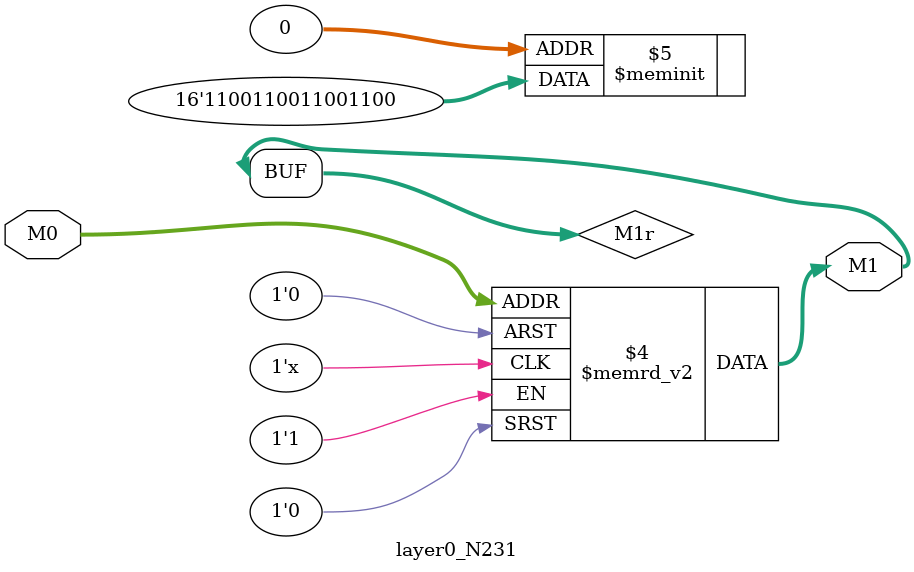
<source format=v>
module layer0_N231 ( input [2:0] M0, output [1:0] M1 );

	(*rom_style = "distributed" *) reg [1:0] M1r;
	assign M1 = M1r;
	always @ (M0) begin
		case (M0)
			3'b000: M1r = 2'b00;
			3'b100: M1r = 2'b00;
			3'b010: M1r = 2'b00;
			3'b110: M1r = 2'b00;
			3'b001: M1r = 2'b11;
			3'b101: M1r = 2'b11;
			3'b011: M1r = 2'b11;
			3'b111: M1r = 2'b11;

		endcase
	end
endmodule

</source>
